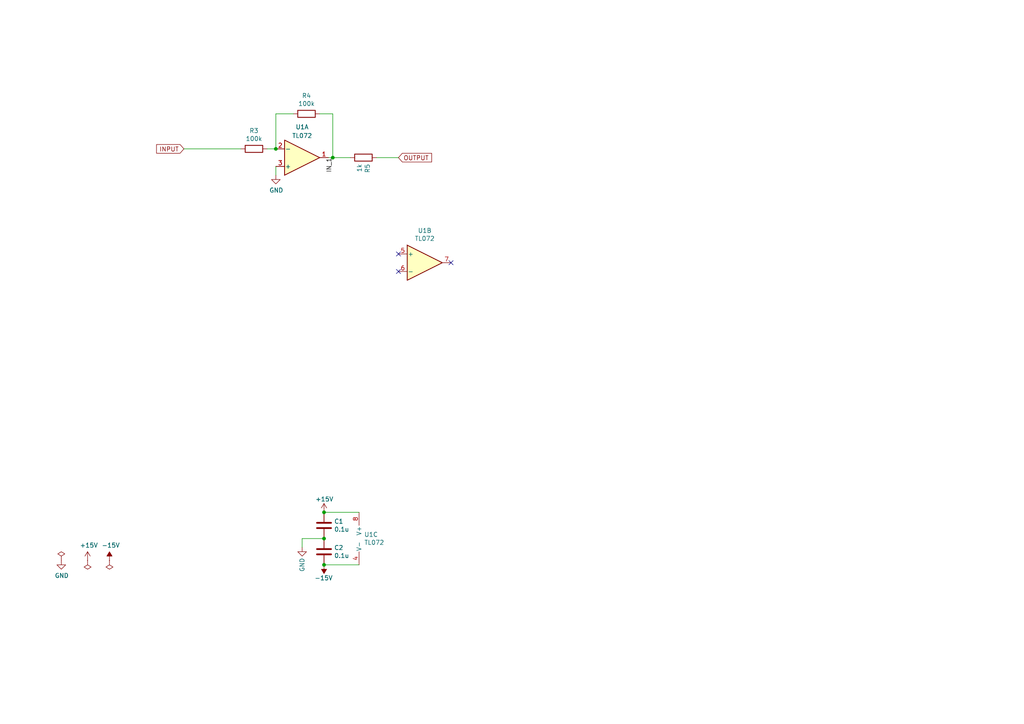
<source format=kicad_sch>
(kicad_sch (version 20211123) (generator eeschema)
  (paper "A4")
  (title_block (title "summe") (date "2021-05-30") (rev "R02") (company "Company") (comment 1 "schema for pcb") (comment 2 "DC coupled mixer") (comment 3 "comment 3") (comment 4 "License CC BY 4.0 - Attribution 4.0 International") (comment 5 "comment 5") (comment 6 "comment 6") (comment 7 "comment 7") (comment 8 "comment 8") (comment 9 "comment 9"))
  (lib_symbols
    (symbol "Amplifier_Operational:TL072" (pin_names (offset 0.127))
      (property "Reference" "U" (at 0 5.08 0))
      (property "Value" "TL072" (at 0 -5.08 0))
      (symbol "TL072_1_1"
        (polyline (pts (xy -5.08 5.08) (xy 5.08 0) (xy -5.08 -5.08) (xy -5.08 5.08)) (stroke (width 0.254)) (fill (type background)))
        (pin output line (at 7.62 0 180) (length 2.54) (name "~") (number "1"))
        (pin input line (at -7.62 -2.54 0) (length 2.54) (name "-") (number "2"))
        (pin input line (at -7.62 2.54 0) (length 2.54) (name "+") (number "3"))
      )
      (symbol "TL072_2_1"
        (polyline (pts (xy -5.08 5.08) (xy 5.08 0) (xy -5.08 -5.08) (xy -5.08 5.08)) (stroke (width 0.254)) (fill (type background)))
        (pin input line (at -7.62 2.54 0) (length 2.54) (name "+") (number "5"))
        (pin input line (at -7.62 -2.54 0) (length 2.54) (name "-") (number "6"))
        (pin output line (at 7.62 0 180) (length 2.54) (name "~") (number "7"))
      )
      (symbol "TL072_3_1"
        (pin power_in line (at -2.54 -7.62 90) (length 3.81) (name "V-") (number "4"))
        (pin power_in line (at -2.54 7.62 270) (length 3.81) (name "V+") (number "8"))
      )
    )
    (symbol "Device:C" (pin_numbers hide) (pin_names (offset 0.254))
      (property "Reference" "C" (at 0.635 2.54 0))
      (property "Value" "C" (at 0.635 -2.54 0))
      (symbol "C_0_1"
        (polyline (pts (xy -2.032 -0.762) (xy 2.032 -0.762)) (stroke (width 0.508)))
        (polyline (pts (xy -2.032 0.762) (xy 2.032 0.762)) (stroke (width 0.508)))
      )
      (symbol "C_1_1"
        (pin passive line (at 0 3.81 270) (length 2.794) (name "~") (number "1"))
        (pin passive line (at 0 -3.81 90) (length 2.794) (name "~") (number "2"))
      )
    )
    (symbol "Device:R" (pin_numbers hide) (pin_names (offset 0))
      (property "Reference" "R" (at 2.032 0 90))
      (property "Value" "R" (at 0 0 90))
      (symbol "R_0_1"
        (rectangle (start -1.016 -2.54) (end 1.016 2.54) (stroke (width 0.254)))
      )
      (symbol "R_1_1"
        (pin passive line (at 0 3.81 270) (length 1.27) (name "~") (number "1"))
        (pin passive line (at 0 -3.81 90) (length 1.27) (name "~") (number "2"))
      )
    )
    (symbol "power:+15V" (power) (pin_names (offset 0))
      (property "Value" "+15V" (at 0 3.556 0))
      (symbol "+15V_0_1"
        (polyline (pts (xy -0.762 1.27) (xy 0 2.54)))
        (polyline (pts (xy 0 0) (xy 0 2.54)))
        (polyline (pts (xy 0 2.54) (xy 0.762 1.27)))
      )
      (symbol "+15V_1_1"
        (pin power_in line (at 0 0 90) (length 0) hide (name "+15V") (number "1"))
      )
    )
    (symbol "power:-15V" (power) (pin_names (offset 0))
      (property "Value" "-15V" (at 0 3.81 0))
      (symbol "-15V_0_0"
        (pin power_in line (at 0 0 90) (length 0) hide (name "-15V") (number "1"))
      )
      (symbol "-15V_0_1"
        (polyline (pts (xy 0 0) (xy 0 1.27) (xy 0.762 1.27) (xy 0 2.54) (xy -0.762 1.27) (xy 0 1.27)) (fill (type outline)))
      )
    )
    (symbol "power:GND" (power) (pin_names (offset 0))
      (property "Value" "GND" (at 0 -3.81 0))
      (symbol "GND_0_1"
        (polyline (pts (xy 0 0) (xy 0 -1.27) (xy 1.27 -1.27) (xy 0 -2.54) (xy -1.27 -1.27) (xy 0 -1.27)))
      )
      (symbol "GND_1_1"
        (pin power_in line (at 0 0 270) (length 0) hide (name "GND") (number "1"))
      )
    )
    (symbol "power:PWR_FLAG" (power) (pin_numbers hide) (pin_names (offset 0) hide)
      (property "Value" "PWR_FLAG" (at 0 3.81 0))
      (symbol "PWR_FLAG_0_0"
        (pin power_out line (at 0 0 90) (length 0) (name "pwr") (number "1"))
      )
      (symbol "PWR_FLAG_0_1"
        (polyline (pts (xy 0 0) (xy 0 1.27) (xy -1.016 1.905) (xy 0 2.54) (xy 1.016 1.905) (xy 0 1.27)))
      )
    )
  )
  (junction (at 93.98 148.59))
  (junction (at 96.52 45.72))
  (junction (at 93.98 156.21))
  (junction (at 80.01 43.18))
  (junction (at 93.98 163.83))
  (no_connect (at 115.57 73.66))
  (no_connect (at 130.81 76.2))
  (no_connect (at 115.57 78.74))
  (wire (pts (xy 96.52 33.02) (xy 96.52 45.72)))
  (wire (pts (xy 77.47 43.18) (xy 80.01 43.18)))
  (wire (pts (xy 104.14 148.59) (xy 93.98 148.59)))
  (wire (pts (xy 80.01 33.02) (xy 80.01 43.18)))
  (wire (pts (xy 93.98 156.21) (xy 87.63 156.21)))
  (wire (pts (xy 87.63 156.21) (xy 87.63 158.75)))
  (wire (pts (xy 53.34 43.18) (xy 69.85 43.18)))
  (wire (pts (xy 80.01 50.8) (xy 80.01 48.26)))
  (wire (pts (xy 92.71 33.02) (xy 96.52 33.02)))
  (wire (pts (xy 109.22 45.72) (xy 115.57 45.72)))
  (wire (pts (xy 96.52 45.72) (xy 95.25 45.72)))
  (wire (pts (xy 104.14 163.83) (xy 93.98 163.83)))
  (wire (pts (xy 101.6 45.72) (xy 96.52 45.72)))
  (wire (pts (xy 85.09 33.02) (xy 80.01 33.02)))
  (label "IN_1" (at 96.52 45.72 270))
  (global_label "INPUT" (shape input) (at 53.34 43.18 180) (property "Intersheet References" "${INTERSHEET_REFS}" (effects hide)))
  (global_label "OUTPUT" (shape input) (at 115.57 45.72 0) (property "Intersheet References" "${INTERSHEET_REFS}" (effects hide)))
  (symbol (lib_id "Device:R") (at 105.41 45.72 90) (unit 1)
    (property "Reference" "R5" (at 106.5784 47.498 0) (effects (justify right)))
    (property "Value" "1k" (at 104.267 47.498 0) (effects (justify right)))
    (property "Footprint" "Resistor_SMD:R_0805_2012Metric_Pad1.20x1.40mm_HandSolder" (effects hide))
    (property "Description" "Thick Film Resistors - SMD (0805)" (effects hide))
  )
  (symbol (lib_id "Device:R") (at 73.66 43.18 270) (unit 1)
    (property "Reference" "R3" (at 73.66 37.9222 90))
    (property "Value" "100k" (at 73.66 40.2336 90))
    (property "Footprint" "Resistor_SMD:R_0805_2012Metric_Pad1.20x1.40mm_HandSolder" (effects hide))
    (property "Description" "Thick Film Resistors - SMD (0805)" (effects hide))
  )
  (symbol (lib_id "power:GND") (at 80.01 50.8 0) (unit 1)
    (property "Reference" "#PWR05" (effects hide))
    (property "Value" "GND" (at 80.137 55.1942 0))
  )
  (symbol (lib_id "Device:R") (at 88.9 33.02 270) (unit 1)
    (property "Reference" "R4" (at 88.9 27.7622 90))
    (property "Value" "100k" (at 88.9 30.0736 90))
    (property "Footprint" "Resistor_SMD:R_0805_2012Metric_Pad1.20x1.40mm_HandSolder" (effects hide))
    (property "Description" "Thick Film Resistors - SMD (0805)" (effects hide))
  )
  (symbol (lib_id "power:PWR_FLAG") (at 25.4 162.56 180) (unit 1)
    (property "Reference" "#FLG02" (effects hide))
    (property "Value" "PWR_FLAG" (effects hide))
  )
  (symbol (lib_id "power:PWR_FLAG") (at 31.75 162.56 180) (unit 1)
    (property "Reference" "#FLG03" (effects hide))
    (property "Value" "PWR_FLAG" (effects hide))
  )
  (symbol (lib_id "power:+15V") (at 25.4 162.56 0) (unit 1)
    (property "Reference" "#PWR02" (effects hide))
    (property "Value" "+15V" (at 25.781 158.1658 0))
  )
  (symbol (lib_id "power:-15V") (at 31.75 162.56 0) (unit 1)
    (property "Reference" "#PWR03" (effects hide))
    (property "Value" "-15V" (at 32.131 158.1658 0))
  )
  (symbol (lib_id "power:PWR_FLAG") (at 17.78 162.56 0) (unit 1)
    (property "Reference" "#FLG01" (effects hide))
    (property "Value" "PWR_FLAG" (effects hide))
  )
  (symbol (lib_id "power:GND") (at 17.78 162.56 0) (unit 1)
    (property "Reference" "#PWR01" (effects hide))
    (property "Value" "GND" (at 17.907 166.9542 0))
  )
  (symbol (lib_id "Amplifier_Operational:TL072") (at 87.63 45.72 0) (mirror x) (unit 1)
    (property "Reference" "U1" (at 87.63 36.83 0))
    (property "Value" "TL072" (at 87.63 39.37 0))
    (property "Datasheet" "http://www.ti.com/lit/ds/symlink/tl071.pdf" (effects hide))
    (property "Description" "Low-Noise FET-Input Operational Amplifiers (SOIC-8 )" (effects hide))
    (property "Spice_Primitive" "X" (effects hide))
    (property "Spice_Model" "TL072c" (effects hide))
    (property "Spice_Netlist_Enabled" "Y" (effects hide))
  )
  (symbol (lib_id "Device:C") (at 93.98 160.02 0) (unit 1)
    (property "Reference" "C2" (at 96.901 158.8516 0) (effects (justify left)))
    (property "Value" "0.1u" (at 96.901 161.163 0) (effects (justify left)))
    (property "Footprint" "Capacitor_SMD:C_0805_2012Metric_Pad1.18x1.45mm_HandSolder" (effects hide))
    (property "Spice_Primitive" "C" (effects hide))
    (property "Spice_Model" "0.1u" (effects hide))
    (property "Spice_Netlist_Enabled" "N" (effects hide))
    (property "Description" "Multilayer Ceramic Capacitors MLCC" (effects hide))
  )
  (symbol (lib_id "Device:C") (at 93.98 152.4 0) (unit 1)
    (property "Reference" "C1" (at 96.901 151.2316 0) (effects (justify left)))
    (property "Value" "0.1u" (at 96.901 153.543 0) (effects (justify left)))
    (property "Footprint" "Capacitor_SMD:C_0805_2012Metric_Pad1.18x1.45mm_HandSolder" (effects hide))
    (property "Spice_Primitive" "C" (effects hide))
    (property "Spice_Model" "0.1u" (effects hide))
    (property "Spice_Netlist_Enabled" "N" (effects hide))
    (property "Description" "Multilayer Ceramic Capacitors MLCC" (effects hide))
  )
  (symbol (lib_id "power:+15V") (at 93.98 148.59 0) (unit 1)
    (property "Reference" "#PWR07" (effects hide))
    (property "Value" "+15V" (at 91.44 144.78 0) (effects (justify left)))
  )
  (symbol (lib_id "power:-15V") (at 93.98 163.83 180) (unit 1)
    (property "Reference" "#PWR08" (effects hide))
    (property "Value" "-15V" (at 96.52 167.64 0) (effects (justify left)))
  )
  (symbol (lib_id "power:GND") (at 87.63 158.75 0) (unit 1)
    (property "Reference" "#PWR06" (effects hide))
    (property "Value" "GND" (at 87.63 163.83 90))
  )
  (symbol (lib_id "Amplifier_Operational:TL072") (at 106.68 156.21 0) (unit 3)
    (property "Reference" "U1" (at 105.6132 155.0416 0) (effects (justify left)))
    (property "Value" "TL072" (at 105.6132 157.353 0) (effects (justify left)))
    (property "Datasheet" "http://www.ti.com/lit/ds/symlink/tl071.pdf" (effects hide))
    (property "Description" "Low-Noise FET-Input Operational Amplifiers (SOIC-8 )" (effects hide))
    (property "Spice_Primitive" "X" (effects hide))
    (property "Spice_Model" "TL072c" (effects hide))
    (property "Spice_Netlist_Enabled" "Y" (effects hide))
  )
  (symbol (lib_id "Amplifier_Operational:TL072") (at 123.19 76.2 0) (unit 2)
    (property "Reference" "U1" (at 123.19 66.8782 0))
    (property "Value" "TL072" (at 123.19 69.1896 0))
    (property "Datasheet" "http://www.ti.com/lit/ds/symlink/tl071.pdf" (effects hide))
    (property "Spice_Primitive" "X" (effects hide))
    (property "Spice_Model" "TL072c" (effects hide))
    (property "Spice_Netlist_Enabled" "Y" (effects hide))
  )
)
</source>
